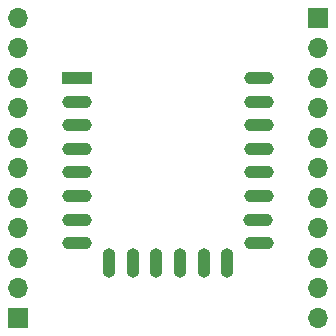
<source format=gbr>
G04 #@! TF.FileFunction,Copper,L1,Top,Signal*
%FSLAX46Y46*%
G04 Gerber Fmt 4.6, Leading zero omitted, Abs format (unit mm)*
G04 Created by KiCad (PCBNEW 4.0.7) date 11/18/18 14:35:23*
%MOMM*%
%LPD*%
G01*
G04 APERTURE LIST*
%ADD10C,0.100000*%
%ADD11R,1.700000X1.700000*%
%ADD12O,1.700000X1.700000*%
%ADD13R,2.500000X1.100000*%
%ADD14O,2.500000X1.100000*%
%ADD15O,1.100000X2.500000*%
%ADD16C,0.250000*%
G04 APERTURE END LIST*
D10*
D11*
X133985000Y-109855000D03*
D12*
X133985000Y-107315000D03*
X133985000Y-104775000D03*
X133985000Y-102235000D03*
X133985000Y-99695000D03*
X133985000Y-97155000D03*
X133985000Y-94615000D03*
X133985000Y-92075000D03*
X133985000Y-89535000D03*
X133985000Y-86995000D03*
X133985000Y-84455000D03*
D11*
X159385000Y-84455000D03*
D12*
X159385000Y-86995000D03*
X159385000Y-89535000D03*
X159385000Y-92075000D03*
X159385000Y-94615000D03*
X159385000Y-97155000D03*
X159385000Y-99695000D03*
X159385000Y-102235000D03*
X159385000Y-104775000D03*
X159385000Y-107315000D03*
X159385000Y-109855000D03*
D13*
X139000000Y-89535000D03*
D14*
X139000000Y-91535000D03*
X139000000Y-93535000D03*
X139000000Y-95535000D03*
X139000000Y-97535000D03*
X139000000Y-99535000D03*
X139000000Y-101535000D03*
X139000000Y-103535000D03*
X154400000Y-103535000D03*
X154300000Y-101535000D03*
X154400000Y-99535000D03*
X154400000Y-97535000D03*
X154400000Y-95535000D03*
X154400000Y-93535000D03*
X154400000Y-91535000D03*
X154400000Y-89535000D03*
D15*
X141690000Y-105235000D03*
X143690000Y-105235000D03*
X145690000Y-105235000D03*
X147690000Y-105235000D03*
X149690000Y-105235000D03*
X151690000Y-105235000D03*
D16*
X159385000Y-84455000D02*
X158780000Y-84455000D01*
M02*

</source>
